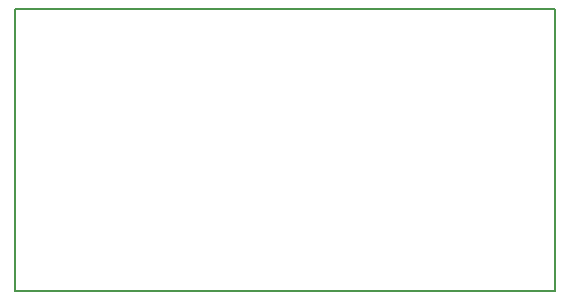
<source format=gbr>
%TF.GenerationSoftware,KiCad,Pcbnew,9.0.5*%
%TF.CreationDate,2025-11-27T16:43:58-05:00*%
%TF.ProjectId,dual_power_supply,6475616c-5f70-46f7-9765-725f73757070,rev?*%
%TF.SameCoordinates,Original*%
%TF.FileFunction,Profile,NP*%
%FSLAX46Y46*%
G04 Gerber Fmt 4.6, Leading zero omitted, Abs format (unit mm)*
G04 Created by KiCad (PCBNEW 9.0.5) date 2025-11-27 16:43:58*
%MOMM*%
%LPD*%
G01*
G04 APERTURE LIST*
%TA.AperFunction,Profile*%
%ADD10C,0.200000*%
%TD*%
G04 APERTURE END LIST*
D10*
X104394000Y-80010000D02*
X150094000Y-80010000D01*
X150094000Y-103902000D01*
X104394000Y-103902000D01*
X104394000Y-80010000D01*
M02*

</source>
